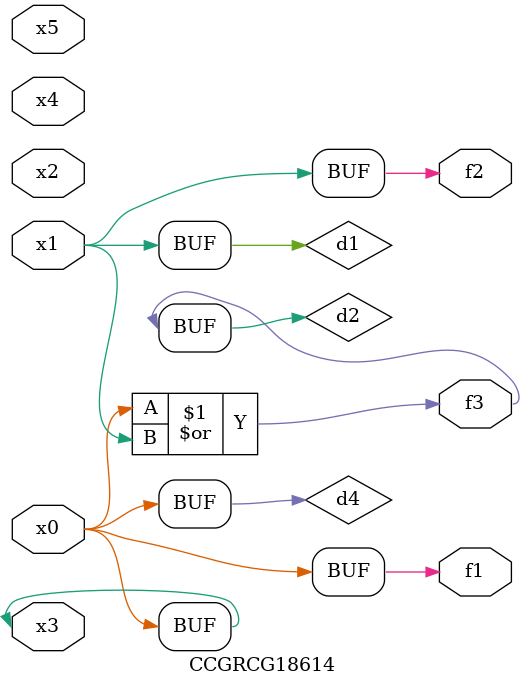
<source format=v>
module CCGRCG18614(
	input x0, x1, x2, x3, x4, x5,
	output f1, f2, f3
);

	wire d1, d2, d3, d4;

	and (d1, x1);
	or (d2, x0, x1);
	nand (d3, x0, x5);
	buf (d4, x0, x3);
	assign f1 = d4;
	assign f2 = d1;
	assign f3 = d2;
endmodule

</source>
